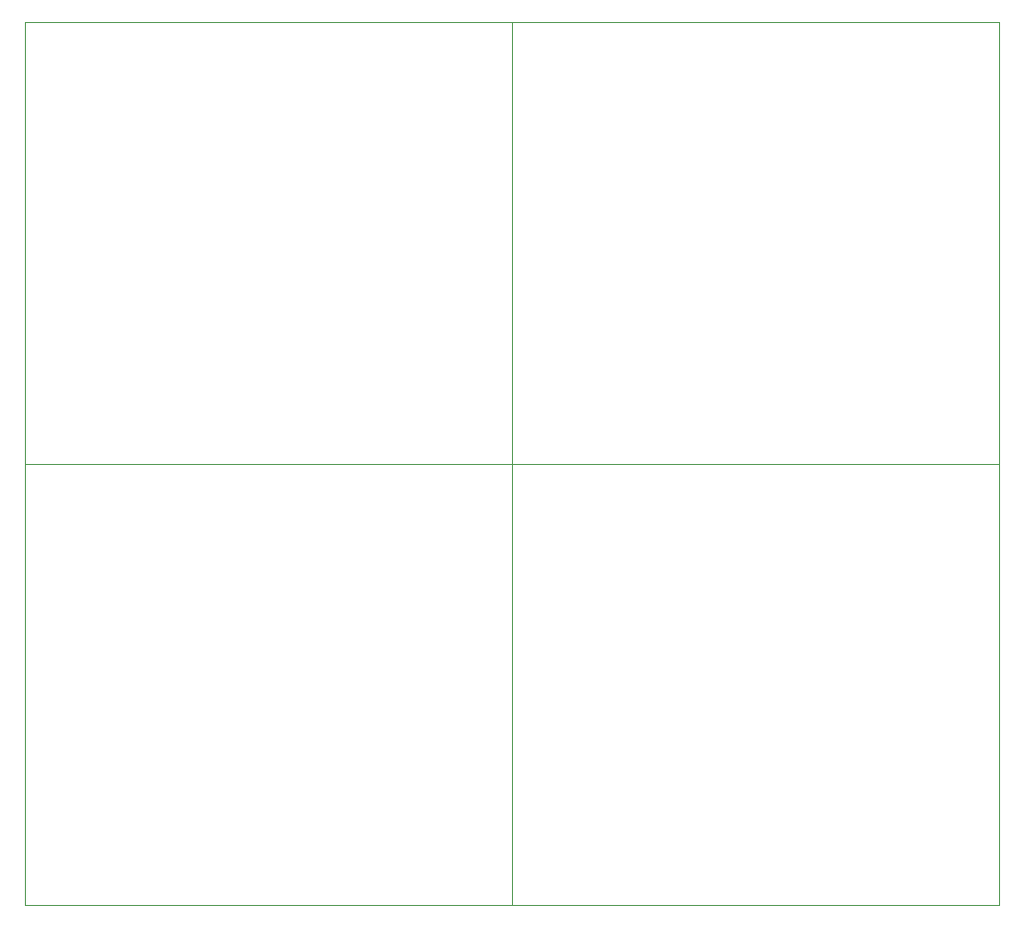
<source format=gbr>
%TF.GenerationSoftware,KiCad,Pcbnew,(6.0.7)*%
%TF.CreationDate,2023-02-26T08:18:57+08:00*%
%TF.ProjectId,Led_Control_Circuit_Panelization,4c65645f-436f-46e7-9472-6f6c5f436972,rev?*%
%TF.SameCoordinates,Original*%
%TF.FileFunction,Profile,NP*%
%FSLAX46Y46*%
G04 Gerber Fmt 4.6, Leading zero omitted, Abs format (unit mm)*
G04 Created by KiCad (PCBNEW (6.0.7)) date 2023-02-26 08:18:57*
%MOMM*%
%LPD*%
G01*
G04 APERTURE LIST*
%TA.AperFunction,Profile*%
%ADD10C,0.100000*%
%TD*%
G04 APERTURE END LIST*
D10*
X158500000Y-95500000D02*
X158500000Y-134500000D01*
X201500000Y-134500000D02*
X201500000Y-95500000D01*
X158500000Y-95500000D02*
X201500000Y-95500000D01*
X158500000Y-134500000D02*
X201500000Y-134500000D01*
X115500000Y-95500000D02*
X115500000Y-134500000D01*
X158500000Y-134500000D02*
X158500000Y-95500000D01*
X115500000Y-95500000D02*
X158500000Y-95500000D01*
X115500000Y-134500000D02*
X158500000Y-134500000D01*
X158500000Y-56500000D02*
X158500000Y-95500000D01*
X201500000Y-95500000D02*
X201500000Y-56500000D01*
X158500000Y-56500000D02*
X201500000Y-56500000D01*
X158500000Y-95500000D02*
X201500000Y-95500000D01*
X115500000Y-56500000D02*
X115500000Y-95500000D01*
X115500000Y-95500000D02*
X158500000Y-95500000D01*
X158500000Y-95500000D02*
X158500000Y-56500000D01*
X115500000Y-56500000D02*
X158500000Y-56500000D01*
M02*

</source>
